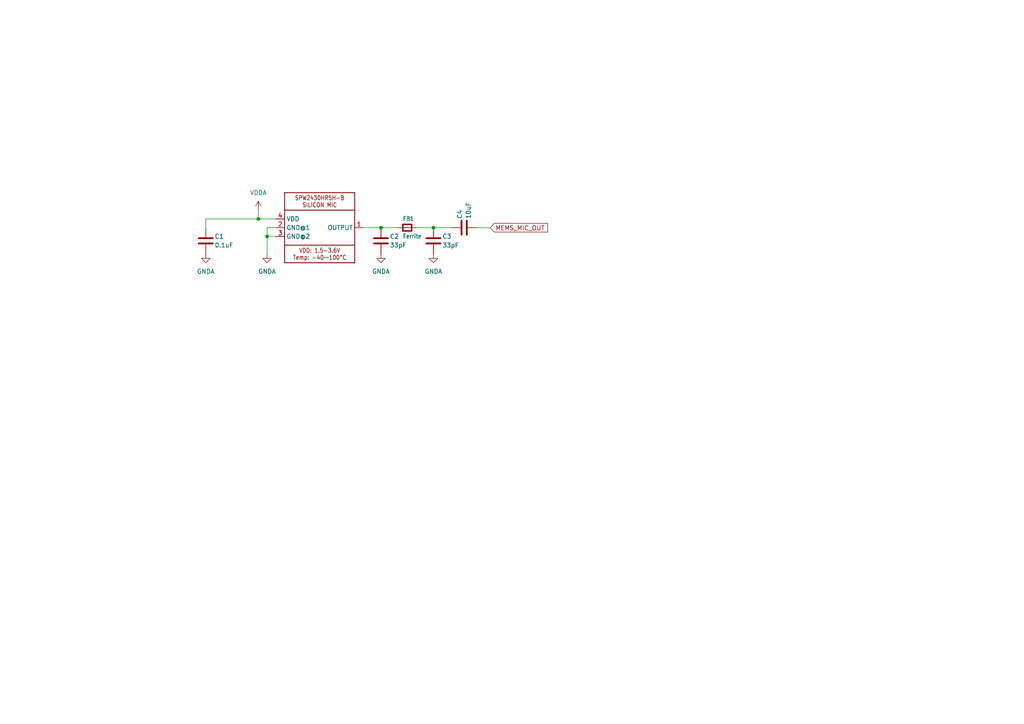
<source format=kicad_sch>
(kicad_sch (version 20230121) (generator eeschema)
  (paper "A4")
  (lib_symbols
    (symbol "Adafruit Voice Bonnet-eagle-import:FERRITE-0805NO"
      (property "Reference" "FB" (at -1.27 1.905 0))
      (symbol "FERRITE-0805NO_1_0"
        (polyline (pts (xy -1.27 -0.9525) (xy -1.27 0.9525)) (stroke (width 0.4064)))
        (polyline (pts (xy -1.27 0.9525) (xy 1.27 0.9525)) (stroke (width 0.4064)))
        (polyline (pts (xy 1.27 -0.9525) (xy -1.27 -0.9525)) (stroke (width 0.4064)))
        (polyline (pts (xy 1.27 0.9525) (xy 1.27 -0.9525)) (stroke (width 0.4064)))
        (pin passive line (at -2.54 0 0) (length 2.54) (name "P$1") (number "1"))
        (pin passive line (at 2.54 0 180) (length 2.54) (name "P$2") (number "2"))
      )
    )
    (symbol "Adafruit Voice Bonnet-eagle-import:SPW2430HR5H-B"
      (symbol "SPW2430HR5H-B_1_0"
        (polyline (pts (xy -10.16 -10.16) (xy 10.16 -10.16)) (stroke (width 0.254)))
        (polyline (pts (xy -10.16 -5.08) (xy -10.16 -10.16)) (stroke (width 0.254)))
        (polyline (pts (xy -10.16 -5.08) (xy -10.16 5.08)) (stroke (width 0.254)))
        (polyline (pts (xy -10.16 5.08) (xy -10.16 10.16)) (stroke (width 0.254)))
        (polyline (pts (xy -10.16 5.08) (xy 10.16 5.08)) (stroke (width 0.254)))
        (polyline (pts (xy -10.16 10.16) (xy 10.16 10.16)) (stroke (width 0.254)))
        (polyline (pts (xy 10.16 -10.16) (xy 10.16 -5.08)) (stroke (width 0.254)))
        (polyline (pts (xy 10.16 -5.08) (xy -10.16 -5.08)) (stroke (width 0.254)))
        (polyline (pts (xy 10.16 5.08) (xy 10.16 -5.08)) (stroke (width 0.254)))
        (polyline (pts (xy 10.16 10.16) (xy 10.16 5.08)) (stroke (width 0.254)))
        (text "SPW2430HR5H-B\nSILICON MIC" (at 0 7.62 0) (effects (font (size 1.27 1.0795))))
        (text "VDD: 1.5-3.6V\nTemp: -40~~100°C" (at 0 -7.62 0) (effects (font (size 1.27 1.0795))))
        (pin output line (at 12.7 0 180) (length 2.54) (name "OUTPUT") (number "1"))
        (pin power_in line (at -12.7 0 0) (length 2.54) (name "GND@1") (number "2"))
        (pin power_in line (at -12.7 -2.54 0) (length 2.54) (name "GND@2") (number "3"))
        (pin power_in line (at -12.7 2.54 0) (length 2.54) (name "VDD") (number "4"))
      )
    )
    (symbol "Device:C" (pin_numbers hide) (pin_names (offset 0.254))
      (property "Reference" "C" (at 0.635 2.54 0))
      (property "Value" "C" (at 0.635 -2.54 0))
      (symbol "C_0_1"
        (polyline (pts (xy -2.032 -0.762) (xy 2.032 -0.762)) (stroke (width 0.508)))
        (polyline (pts (xy -2.032 0.762) (xy 2.032 0.762)) (stroke (width 0.508)))
      )
      (symbol "C_1_1"
        (pin passive line (at 0 3.81 270) (length 2.794) (name "~") (number "1"))
        (pin passive line (at 0 -3.81 90) (length 2.794) (name "~") (number "2"))
      )
    )
    (symbol "power:GNDA" (power) (pin_names (offset 0))
      (property "Value" "GNDA" (at 0 -3.81 0))
      (symbol "GNDA_0_1"
        (polyline (pts (xy 0 0) (xy 0 -1.27) (xy 1.27 -1.27) (xy 0 -2.54) (xy -1.27 -1.27) (xy 0 -1.27)))
      )
      (symbol "GNDA_1_1"
        (pin power_in line (at 0 0 270) (length 0) hide (name "GNDA") (number "1"))
      )
    )
    (symbol "power:VDDA" (power) (pin_names (offset 0))
      (property "Value" "VDDA" (at 0 3.81 0))
      (symbol "VDDA_0_1"
        (polyline (pts (xy -0.762 1.27) (xy 0 2.54)))
        (polyline (pts (xy 0 0) (xy 0 2.54)))
        (polyline (pts (xy 0 2.54) (xy 0.762 1.27)))
      )
      (symbol "VDDA_1_1"
        (pin power_in line (at 0 0 90) (length 0) hide (name "VDDA") (number "1"))
      )
    )
  )
  (junction (at 74.93 63.5))
  (junction (at 77.47 68.58))
  (junction (at 125.73 66.04))
  (junction (at 110.49 66.04))
  (wire (pts (xy 74.93 63.5) (xy 74.93 60.96)) (stroke (width 0.1524)))
  (wire (pts (xy 77.47 68.58) (xy 80.01 68.58)) (stroke (width 0.1524)))
  (wire (pts (xy 77.47 68.58) (xy 77.47 73.66)) (stroke (width 0.1524)))
  (wire (pts (xy 138.43 66.04) (xy 142.24 66.04)) (stroke (width 0.1524)))
  (wire (pts (xy 80.01 66.04) (xy 77.47 66.04)) (stroke (width 0.1524)))
  (wire (pts (xy 105.41 66.04) (xy 110.49 66.04)) (stroke (width 0.1524)))
  (wire (pts (xy 59.69 63.5) (xy 59.69 66.04)))
  (wire (pts (xy 77.47 66.04) (xy 77.47 68.58)) (stroke (width 0.1524)))
  (wire (pts (xy 120.65 66.04) (xy 125.73 66.04)) (stroke (width 0.1524)))
  (wire (pts (xy 59.69 63.5) (xy 74.93 63.5)))
  (wire (pts (xy 110.49 66.04) (xy 115.57 66.04)) (stroke (width 0.1524)))
  (wire (pts (xy 80.01 63.5) (xy 74.93 63.5)) (stroke (width 0.1524)))
  (wire (pts (xy 125.73 66.04) (xy 130.81 66.04)) (stroke (width 0.1524)))
  (global_label "MEMS_MIC_OUT" (shape input) (at 142.24 66.04 0) (property "Intersheetrefs" "${INTERSHEET_REFS}" (effects hide)))
  (symbol (lib_id "Device:C") (at 110.49 69.85 0) (unit 1)
    (property "Reference" "C2" (at 113.03 68.58 0) (effects (justify left)))
    (property "Value" "33pF" (at 113.03 71.12 0) (effects (justify left)))
    (property "Footprint" "Capacitor_SMD:C_0402_1005Metric" (effects hide))
  )
  (symbol (lib_id "Adafruit Voice Bonnet-eagle-import:FERRITE-0805NO") (at 118.11 66.04 0) (unit 1)
    (property "Reference" "FB1" (at 116.84 64.135 0) (effects (font (size 1.27 1.0795)) (justify left bottom)))
    (property "Value" "Ferrite" (at 116.84 69.215 0) (effects (font (size 1.27 1.0795)) (justify left bottom)))
    (property "Footprint" "Adafruit Voice Bonnet:0805-NO" (effects hide))
  )
  (symbol (lib_id "power:GNDA") (at 59.69 73.66 0) (unit 1)
    (property "Reference" "#PWR01" (effects hide))
    (property "Value" "GNDA" (at 59.69 78.74 0))
  )
  (symbol (lib_id "power:VDDA") (at 74.93 60.96 0) (unit 1)
    (property "Reference" "#PWR02" (effects hide))
    (property "Value" "VDDA" (at 74.93 55.88 0))
  )
  (symbol (lib_id "Adafruit Voice Bonnet-eagle-import:SPW2430HR5H-B") (at 92.71 66.04 0) (unit 1)
    (property "Reference" "RIGHTMIC1" (effects hide))
    (property "Value" "SPW2430HR5H-B" (effects hide))
    (property "Footprint" "Adafruit Voice Bonnet:SPW2430HR5H-B" (effects hide))
  )
  (symbol (lib_id "power:GNDA") (at 125.73 73.66 0) (unit 1)
    (property "Reference" "#PWR05" (effects hide))
    (property "Value" "GNDA" (at 125.73 78.74 0))
  )
  (symbol (lib_id "Device:C") (at 125.73 69.85 0) (unit 1)
    (property "Reference" "C3" (at 128.27 68.58 0) (effects (justify left)))
    (property "Value" "33pF" (at 128.27 71.12 0) (effects (justify left)))
    (property "Footprint" "Capacitor_SMD:C_0402_1005Metric" (effects hide))
  )
  (symbol (lib_id "power:GNDA") (at 110.49 73.66 0) (unit 1)
    (property "Reference" "#PWR04" (effects hide))
    (property "Value" "GNDA" (at 110.49 78.74 0))
  )
  (symbol (lib_id "Device:C") (at 134.62 66.04 90) (unit 1)
    (property "Reference" "C4" (at 133.35 63.5 0) (effects (justify left)))
    (property "Value" "10uF" (at 135.89 63.5 0) (effects (justify left)))
    (property "Footprint" "Capacitor_SMD:C_0402_1005Metric" (effects hide))
  )
  (symbol (lib_id "Device:C") (at 59.69 69.85 0) (unit 1)
    (property "Reference" "C1" (at 62.23 68.58 0) (effects (justify left)))
    (property "Value" "0.1uF" (at 62.23 71.12 0) (effects (justify left)))
    (property "Footprint" "Capacitor_SMD:C_0402_1005Metric" (effects hide))
  )
  (symbol (lib_id "power:GNDA") (at 77.47 73.66 0) (unit 1)
    (property "Reference" "#PWR03" (effects hide))
    (property "Value" "GNDA" (at 77.47 78.74 0))
  )
)
</source>
